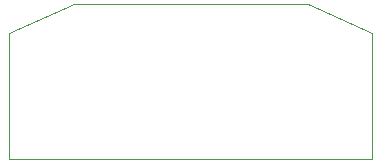
<source format=gbr>
%TF.GenerationSoftware,KiCad,Pcbnew,(5.1.10)-1*%
%TF.CreationDate,2021-10-08T16:04:22-07:00*%
%TF.ProjectId,Dsub_Bondpad_1Layer,44737562-5f42-46f6-9e64-7061645f314c,1*%
%TF.SameCoordinates,Original*%
%TF.FileFunction,Profile,NP*%
%FSLAX46Y46*%
G04 Gerber Fmt 4.6, Leading zero omitted, Abs format (unit mm)*
G04 Created by KiCad (PCBNEW (5.1.10)-1) date 2021-10-08 16:04:22*
%MOMM*%
%LPD*%
G01*
G04 APERTURE LIST*
%TA.AperFunction,Profile*%
%ADD10C,0.050000*%
%TD*%
G04 APERTURE END LIST*
D10*
X136144000Y-123825000D02*
X155956000Y-123825000D01*
X130683000Y-126365000D02*
X130683000Y-126238000D01*
X161417000Y-126365000D02*
X161417000Y-126238000D01*
X161417000Y-126238000D02*
X155956000Y-123825000D01*
X130683000Y-126238000D02*
X136144000Y-123825000D01*
X161417000Y-126365000D02*
X161417000Y-136906000D01*
X130683000Y-126365000D02*
X130683000Y-136906000D01*
X130683000Y-136906000D02*
X161417000Y-136906000D01*
M02*

</source>
